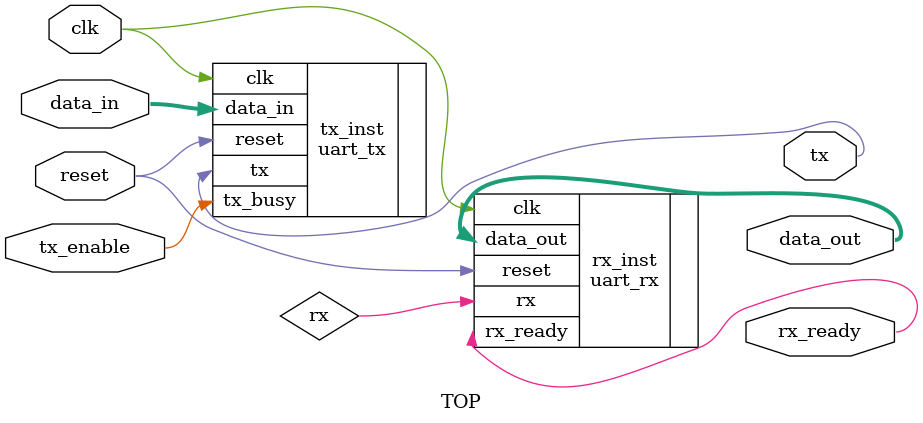
<source format=v>
`timescale 1ns / 1ps


module TOP (
    input clk,         // Clock input
    input reset,       // Reset signal
    input [7:0] data_in, // Data input
    input tx_enable,  // TX enable signal
    output tx,         // UART TX output
    output [7:0] data_out, // Received data
    output rx_ready // Receive data ready signal
);

// Instantiate UART TX and RX modules
uart_tx tx_inst (
    .clk(clk),
    .reset(reset),
    .data_in(data_in),
    .tx(tx),
    .tx_busy(tx_enable)
);

uart_rx rx_inst (
    .clk(clk),
    .reset(reset),
    .rx(rx), // Connect RX signal from your UART device here
    .data_out(data_out), // Connect data_out to an internal signal or register
    .rx_ready(rx_ready)
);

endmodule


</source>
